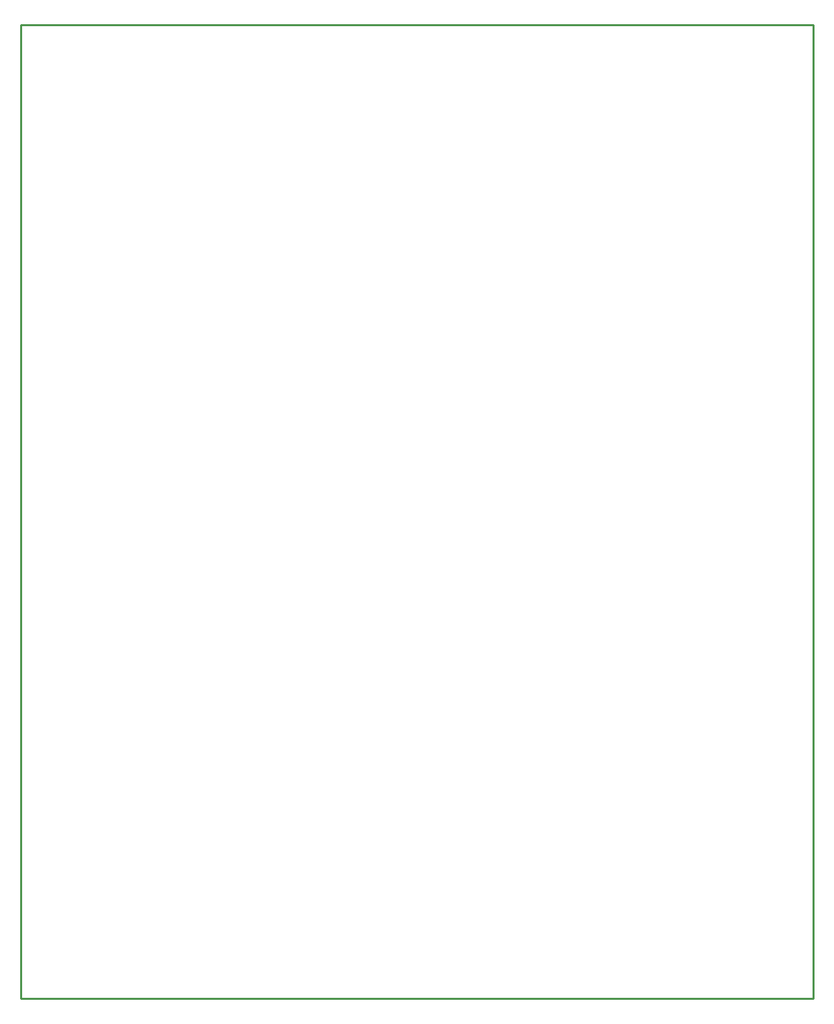
<source format=gko>
G04 Layer_Color=16711935*
%FSLAX24Y24*%
%MOIN*%
G70*
G01*
G75*
%ADD40C,0.0100*%
D40*
X-39370Y0D02*
Y48327D01*
X0D01*
Y0D02*
Y48327D01*
X-39370Y0D02*
X0D01*
M02*

</source>
